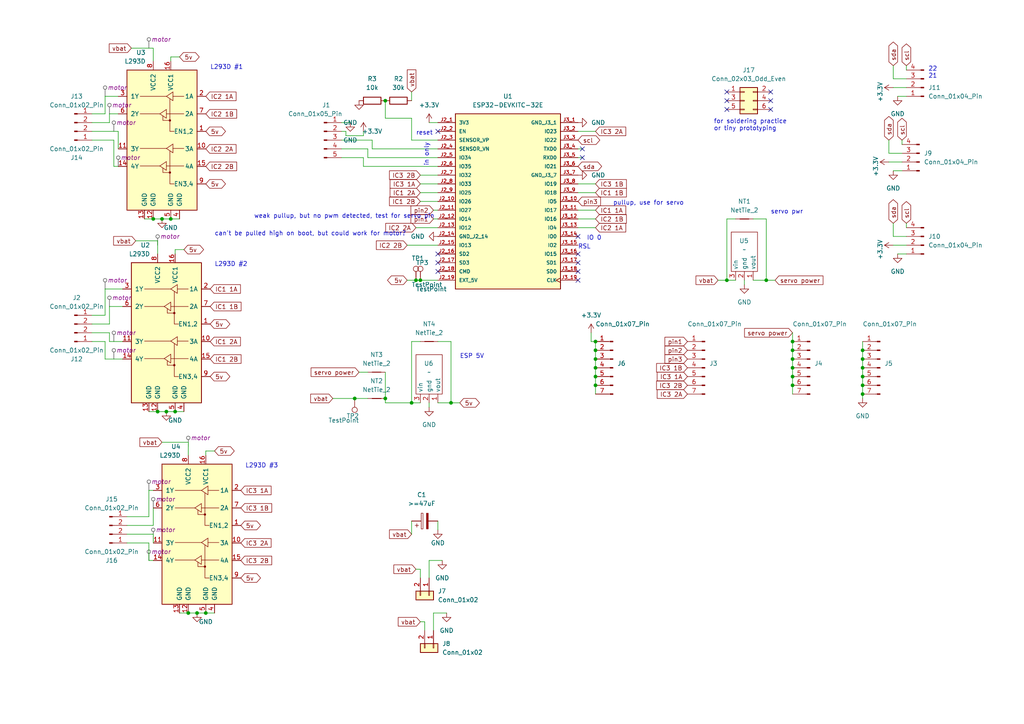
<source format=kicad_sch>
(kicad_sch (version 20230121) (generator eeschema)
  (paper "A4")
  (title_block (title "RCM V4") (rev "v1.1") (company "RCMGames"))
  (lib_symbols
    (symbol "Connector:Conn_01x02_Pin" (pin_names (offset 1.016) hide)
      (property "Reference" "J" (at 0 2.54 0))
      (property "Value" "Conn_01x02_Pin" (at 0 -5.08 0))
      (symbol "Conn_01x02_Pin_1_1"
        (polyline (pts (xy 1.27 -2.54) (xy 0.8636 -2.54)) (stroke (width 0.1524)))
        (polyline (pts (xy 1.27 0) (xy 0.8636 0)) (stroke (width 0.1524)))
        (rectangle (start 0.8636 -2.413) (end 0 -2.667) (stroke (width 0.1524)) (fill (type outline)))
        (rectangle (start 0.8636 0.127) (end 0 -0.127) (stroke (width 0.1524)) (fill (type outline)))
        (pin passive line (at 5.08 0 180) (length 3.81) (name "Pin_1") (number "1"))
        (pin passive line (at 5.08 -2.54 180) (length 3.81) (name "Pin_2") (number "2"))
      )
    )
    (symbol "Connector:Conn_01x04_Pin" (pin_names (offset 1.016) hide)
      (property "Reference" "J" (at 0 5.08 0))
      (property "Value" "Conn_01x04_Pin" (at 0 -7.62 0))
      (symbol "Conn_01x04_Pin_1_1"
        (polyline (pts (xy 1.27 -5.08) (xy 0.8636 -5.08)) (stroke (width 0.1524)))
        (polyline (pts (xy 1.27 -2.54) (xy 0.8636 -2.54)) (stroke (width 0.1524)))
        (polyline (pts (xy 1.27 0) (xy 0.8636 0)) (stroke (width 0.1524)))
        (polyline (pts (xy 1.27 2.54) (xy 0.8636 2.54)) (stroke (width 0.1524)))
        (rectangle (start 0.8636 -4.953) (end 0 -5.207) (stroke (width 0.1524)) (fill (type outline)))
        (rectangle (start 0.8636 -2.413) (end 0 -2.667) (stroke (width 0.1524)) (fill (type outline)))
        (rectangle (start 0.8636 0.127) (end 0 -0.127) (stroke (width 0.1524)) (fill (type outline)))
        (rectangle (start 0.8636 2.667) (end 0 2.413) (stroke (width 0.1524)) (fill (type outline)))
        (pin passive line (at 5.08 2.54 180) (length 3.81) (name "Pin_1") (number "1"))
        (pin passive line (at 5.08 0 180) (length 3.81) (name "Pin_2") (number "2"))
        (pin passive line (at 5.08 -2.54 180) (length 3.81) (name "Pin_3") (number "3"))
        (pin passive line (at 5.08 -5.08 180) (length 3.81) (name "Pin_4") (number "4"))
      )
    )
    (symbol "Connector:Conn_01x05_Pin" (pin_names (offset 1.016) hide)
      (property "Reference" "J" (at 0 7.62 0))
      (property "Value" "Conn_01x05_Pin" (at 0 -7.62 0))
      (symbol "Conn_01x05_Pin_1_1"
        (polyline (pts (xy 1.27 -5.08) (xy 0.8636 -5.08)) (stroke (width 0.1524)))
        (polyline (pts (xy 1.27 -2.54) (xy 0.8636 -2.54)) (stroke (width 0.1524)))
        (polyline (pts (xy 1.27 0) (xy 0.8636 0)) (stroke (width 0.1524)))
        (polyline (pts (xy 1.27 2.54) (xy 0.8636 2.54)) (stroke (width 0.1524)))
        (polyline (pts (xy 1.27 5.08) (xy 0.8636 5.08)) (stroke (width 0.1524)))
        (rectangle (start 0.8636 -4.953) (end 0 -5.207) (stroke (width 0.1524)) (fill (type outline)))
        (rectangle (start 0.8636 -2.413) (end 0 -2.667) (stroke (width 0.1524)) (fill (type outline)))
        (rectangle (start 0.8636 0.127) (end 0 -0.127) (stroke (width 0.1524)) (fill (type outline)))
        (rectangle (start 0.8636 2.667) (end 0 2.413) (stroke (width 0.1524)) (fill (type outline)))
        (rectangle (start 0.8636 5.207) (end 0 4.953) (stroke (width 0.1524)) (fill (type outline)))
        (pin passive line (at 5.08 5.08 180) (length 3.81) (name "Pin_1") (number "1"))
        (pin passive line (at 5.08 2.54 180) (length 3.81) (name "Pin_2") (number "2"))
        (pin passive line (at 5.08 0 180) (length 3.81) (name "Pin_3") (number "3"))
        (pin passive line (at 5.08 -2.54 180) (length 3.81) (name "Pin_4") (number "4"))
        (pin passive line (at 5.08 -5.08 180) (length 3.81) (name "Pin_5") (number "5"))
      )
    )
    (symbol "Connector:Conn_01x07_Pin" (pin_names (offset 1.016) hide)
      (property "Reference" "J" (at 0 10.16 0))
      (property "Value" "Conn_01x07_Pin" (at 0 -10.16 0))
      (symbol "Conn_01x07_Pin_1_1"
        (polyline (pts (xy 1.27 -7.62) (xy 0.8636 -7.62)) (stroke (width 0.1524)))
        (polyline (pts (xy 1.27 -5.08) (xy 0.8636 -5.08)) (stroke (width 0.1524)))
        (polyline (pts (xy 1.27 -2.54) (xy 0.8636 -2.54)) (stroke (width 0.1524)))
        (polyline (pts (xy 1.27 0) (xy 0.8636 0)) (stroke (width 0.1524)))
        (polyline (pts (xy 1.27 2.54) (xy 0.8636 2.54)) (stroke (width 0.1524)))
        (polyline (pts (xy 1.27 5.08) (xy 0.8636 5.08)) (stroke (width 0.1524)))
        (polyline (pts (xy 1.27 7.62) (xy 0.8636 7.62)) (stroke (width 0.1524)))
        (rectangle (start 0.8636 -7.493) (end 0 -7.747) (stroke (width 0.1524)) (fill (type outline)))
        (rectangle (start 0.8636 -4.953) (end 0 -5.207) (stroke (width 0.1524)) (fill (type outline)))
        (rectangle (start 0.8636 -2.413) (end 0 -2.667) (stroke (width 0.1524)) (fill (type outline)))
        (rectangle (start 0.8636 0.127) (end 0 -0.127) (stroke (width 0.1524)) (fill (type outline)))
        (rectangle (start 0.8636 2.667) (end 0 2.413) (stroke (width 0.1524)) (fill (type outline)))
        (rectangle (start 0.8636 5.207) (end 0 4.953) (stroke (width 0.1524)) (fill (type outline)))
        (rectangle (start 0.8636 7.747) (end 0 7.493) (stroke (width 0.1524)) (fill (type outline)))
        (pin passive line (at 5.08 7.62 180) (length 3.81) (name "Pin_1") (number "1"))
        (pin passive line (at 5.08 5.08 180) (length 3.81) (name "Pin_2") (number "2"))
        (pin passive line (at 5.08 2.54 180) (length 3.81) (name "Pin_3") (number "3"))
        (pin passive line (at 5.08 0 180) (length 3.81) (name "Pin_4") (number "4"))
        (pin passive line (at 5.08 -2.54 180) (length 3.81) (name "Pin_5") (number "5"))
        (pin passive line (at 5.08 -5.08 180) (length 3.81) (name "Pin_6") (number "6"))
        (pin passive line (at 5.08 -7.62 180) (length 3.81) (name "Pin_7") (number "7"))
      )
    )
    (symbol "Connector:TestPoint" (pin_numbers hide) (pin_names (offset 0.762) hide)
      (property "Reference" "TP" (at 0 6.858 0))
      (property "Value" "TestPoint" (at 0 5.08 0))
      (symbol "TestPoint_0_1"
        (circle (center 0 3.302) (radius 0.762))
      )
      (symbol "TestPoint_1_1"
        (pin passive line (at 0 0 90) (length 2.54) (name "1") (number "1"))
      )
    )
    (symbol "Connector_Generic:Conn_01x02" (pin_names (offset 1.016) hide)
      (property "Reference" "J" (at 0 2.54 0))
      (property "Value" "Conn_01x02" (at 0 -5.08 0))
      (symbol "Conn_01x02_1_1"
        (rectangle (start -1.27 -2.413) (end 0 -2.667) (stroke (width 0.1524)))
        (rectangle (start -1.27 0.127) (end 0 -0.127) (stroke (width 0.1524)))
        (rectangle (start -1.27 1.27) (end 1.27 -3.81) (stroke (width 0.254)) (fill (type background)))
        (pin passive line (at -5.08 0 0) (length 3.81) (name "Pin_1") (number "1"))
        (pin passive line (at -5.08 -2.54 0) (length 3.81) (name "Pin_2") (number "2"))
      )
    )
    (symbol "Connector_Generic:Conn_02x03_Odd_Even" (pin_names (offset 1.016) hide)
      (property "Reference" "J" (at 1.27 5.08 0))
      (property "Value" "Conn_02x03_Odd_Even" (at 1.27 -5.08 0))
      (symbol "Conn_02x03_Odd_Even_1_1"
        (rectangle (start -1.27 -2.413) (end 0 -2.667) (stroke (width 0.1524)))
        (rectangle (start -1.27 0.127) (end 0 -0.127) (stroke (width 0.1524)))
        (rectangle (start -1.27 2.667) (end 0 2.413) (stroke (width 0.1524)))
        (rectangle (start -1.27 3.81) (end 3.81 -3.81) (stroke (width 0.254)) (fill (type background)))
        (rectangle (start 3.81 -2.413) (end 2.54 -2.667) (stroke (width 0.1524)))
        (rectangle (start 3.81 0.127) (end 2.54 -0.127) (stroke (width 0.1524)))
        (rectangle (start 3.81 2.667) (end 2.54 2.413) (stroke (width 0.1524)))
        (pin passive line (at -5.08 2.54 0) (length 3.81) (name "Pin_1") (number "1"))
        (pin passive line (at 7.62 2.54 180) (length 3.81) (name "Pin_2") (number "2"))
        (pin passive line (at -5.08 0 0) (length 3.81) (name "Pin_3") (number "3"))
        (pin passive line (at 7.62 0 180) (length 3.81) (name "Pin_4") (number "4"))
        (pin passive line (at -5.08 -2.54 0) (length 3.81) (name "Pin_5") (number "5"))
        (pin passive line (at 7.62 -2.54 180) (length 3.81) (name "Pin_6") (number "6"))
      )
    )
    (symbol "Device:C_Polarized" (pin_numbers hide) (pin_names (offset 0.254))
      (property "Reference" "C" (at 0.635 2.54 0))
      (property "Value" "C_Polarized" (at 0.635 -2.54 0))
      (symbol "C_Polarized_0_1"
        (rectangle (start -2.286 0.508) (end 2.286 1.016))
        (polyline (pts (xy -1.778 2.286) (xy -0.762 2.286)))
        (polyline (pts (xy -1.27 2.794) (xy -1.27 1.778)))
        (rectangle (start 2.286 -0.508) (end -2.286 -1.016) (fill (type outline)))
      )
      (symbol "C_Polarized_1_1"
        (pin passive line (at 0 3.81 270) (length 2.794) (name "~") (number "1"))
        (pin passive line (at 0 -3.81 90) (length 2.794) (name "~") (number "2"))
      )
    )
    (symbol "Device:NetTie_2" (pin_numbers hide) (pin_names (offset 0) hide) (in_bom no)
      (property "Reference" "NT" (at 0 1.27 0))
      (property "Value" "NetTie_2" (at 0 -1.27 0))
      (symbol "NetTie_2_0_1"
        (polyline (pts (xy -1.27 0) (xy 1.27 0)) (stroke (width 0.254)))
      )
      (symbol "NetTie_2_1_1"
        (pin passive line (at -2.54 0 0) (length 2.54) (name "1") (number "1"))
        (pin passive line (at 2.54 0 180) (length 2.54) (name "2") (number "2"))
      )
    )
    (symbol "Device:R" (pin_numbers hide) (pin_names (offset 0))
      (property "Reference" "R" (at 2.032 0 90))
      (property "Value" "R" (at 0 0 90))
      (symbol "R_0_1"
        (rectangle (start -1.016 -2.54) (end 1.016 2.54) (stroke (width 0.254)))
      )
      (symbol "R_1_1"
        (pin passive line (at 0 3.81 270) (length 1.27) (name "~") (number "1"))
        (pin passive line (at 0 -3.81 90) (length 1.27) (name "~") (number "2"))
      )
    )
    (symbol "Driver_Motor:L293D" (pin_names (offset 1.016))
      (property "Reference" "U" (at -5.08 26.035 0))
      (property "Value" "L293D" (at -5.08 24.13 0))
      (symbol "L293D_0_1"
        (rectangle (start -10.16 22.86) (end 10.16 -17.78) (stroke (width 0.254)) (fill (type background)))
        (circle (center -2.286 -6.858) (radius 0.254) (fill (type outline)))
        (circle (center -2.286 8.255) (radius 0.254) (fill (type outline)))
        (polyline (pts (xy -6.35 -4.953) (xy -1.27 -4.953)))
        (polyline (pts (xy -6.35 0.127) (xy -3.175 0.127)))
        (polyline (pts (xy -6.35 10.16) (xy -1.27 10.16)))
        (polyline (pts (xy -6.35 15.24) (xy -3.175 15.24)))
        (polyline (pts (xy -1.27 0.127) (xy 6.35 0.127)))
        (polyline (pts (xy -1.27 15.24) (xy 6.35 15.24)))
        (polyline (pts (xy 0.635 -4.953) (xy 6.35 -4.953)))
        (polyline (pts (xy 0.635 10.16) (xy 6.35 10.16)))
        (polyline (pts (xy -2.286 -6.858) (xy -0.254 -6.858) (xy -0.254 -5.588)))
        (polyline (pts (xy -2.286 -0.635) (xy -2.286 -10.16) (xy -3.556 -10.16)))
        (polyline (pts (xy -2.286 8.255) (xy -0.254 8.255) (xy -0.254 9.525)))
        (polyline (pts (xy -2.286 14.478) (xy -2.286 5.08) (xy -3.556 5.08)))
        (polyline (pts (xy -3.175 1.397) (xy -3.175 -1.143) (xy -1.27 0.127) (xy -3.175 1.397)))
        (polyline (pts (xy -3.175 16.51) (xy -3.175 13.97) (xy -1.27 15.24) (xy -3.175 16.51)))
        (polyline (pts (xy -1.27 -3.683) (xy -1.27 -6.223) (xy 0.635 -4.953) (xy -1.27 -3.683)))
        (polyline (pts (xy -1.27 11.43) (xy -1.27 8.89) (xy 0.635 10.16) (xy -1.27 11.43)))
      )
      (symbol "L293D_1_1"
        (pin input line (at -12.7 5.08 0) (length 2.54) (name "EN1,2") (number "1"))
        (pin input line (at -12.7 0 0) (length 2.54) (name "3A") (number "10"))
        (pin output line (at 12.7 0 180) (length 2.54) (name "3Y") (number "11"))
        (pin power_in line (at 2.54 -20.32 90) (length 2.54) (name "GND") (number "12"))
        (pin power_in line (at 5.08 -20.32 90) (length 2.54) (name "GND") (number "13"))
        (pin output line (at 12.7 -5.08 180) (length 2.54) (name "4Y") (number "14"))
        (pin input line (at -12.7 -5.08 0) (length 2.54) (name "4A") (number "15"))
        (pin power_in line (at -2.54 25.4 270) (length 2.54) (name "VCC1") (number "16"))
        (pin input line (at -12.7 15.24 0) (length 2.54) (name "1A") (number "2"))
        (pin output line (at 12.7 15.24 180) (length 2.54) (name "1Y") (number "3"))
        (pin power_in line (at -5.08 -20.32 90) (length 2.54) (name "GND") (number "4"))
        (pin power_in line (at -2.54 -20.32 90) (length 2.54) (name "GND") (number "5"))
        (pin output line (at 12.7 10.16 180) (length 2.54) (name "2Y") (number "6"))
        (pin input line (at -12.7 10.16 0) (length 2.54) (name "2A") (number "7"))
        (pin power_in line (at 2.54 25.4 270) (length 2.54) (name "VCC2") (number "8"))
        (pin input line (at -12.7 -10.16 0) (length 2.54) (name "EN3,4") (number "9"))
      )
    )
    (symbol "power:+3.3V" (power) (pin_names (offset 0))
      (property "Value" "+3.3V" (at 0 3.556 0))
      (symbol "+3.3V_0_1"
        (polyline (pts (xy -0.762 1.27) (xy 0 2.54)))
        (polyline (pts (xy 0 0) (xy 0 2.54)))
        (polyline (pts (xy 0 2.54) (xy 0.762 1.27)))
      )
      (symbol "+3.3V_1_1"
        (pin power_in line (at 0 0 90) (length 0) hide (name "+3.3V") (number "1"))
      )
    )
    (symbol "power:GND" (power) (pin_names (offset 0))
      (property "Value" "GND" (at 0 -3.81 0))
      (symbol "GND_0_1"
        (polyline (pts (xy 0 0) (xy 0 -1.27) (xy 1.27 -1.27) (xy 0 -2.54) (xy -1.27 -1.27) (xy 0 -1.27)))
      )
      (symbol "GND_1_1"
        (pin power_in line (at 0 0 270) (length 0) hide (name "GND") (number "1"))
      )
    )
    (symbol "projectLib:ESP32-DEVKITC-32E" (pin_names (offset 1.016))
      (property "Reference" "U" (at -15.24 26.162 0))
      (property "Value" "ESP32-DEVKITC-32E" (at -15.24 -27.94 0))
      (symbol "ESP32-DEVKITC-32E_0_0"
        (rectangle (start -15.24 25.4) (end 15.24 -25.4) (stroke (width 0.254)) (fill (type background)))
        (pin power_in line (at -20.32 22.86 0) (length 5.08) (name "3V3") (number "J2_1"))
        (pin bidirectional line (at -20.32 0 0) (length 5.08) (name "IO26") (number "J2_10"))
        (pin bidirectional line (at -20.32 -2.54 0) (length 5.08) (name "IO27") (number "J2_11"))
        (pin bidirectional line (at -20.32 -5.08 0) (length 5.08) (name "IO14") (number "J2_12"))
        (pin bidirectional line (at -20.32 -7.62 0) (length 5.08) (name "IO12") (number "J2_13"))
        (pin power_in line (at -20.32 -10.16 0) (length 5.08) (name "GND_J2_14") (number "J2_14"))
        (pin bidirectional line (at -20.32 -12.7 0) (length 5.08) (name "IO13") (number "J2_15"))
        (pin bidirectional line (at -20.32 -15.24 0) (length 5.08) (name "SD2") (number "J2_16"))
        (pin bidirectional line (at -20.32 -17.78 0) (length 5.08) (name "SD3") (number "J2_17"))
        (pin bidirectional line (at -20.32 -20.32 0) (length 5.08) (name "CMD") (number "J2_18"))
        (pin power_in line (at -20.32 -22.86 0) (length 5.08) (name "EXT_5V") (number "J2_19"))
        (pin input line (at -20.32 20.32 0) (length 5.08) (name "EN") (number "J2_2"))
        (pin bidirectional line (at -20.32 17.78 0) (length 5.08) (name "SENSOR_VP") (number "J2_3"))
        (pin bidirectional line (at -20.32 15.24 0) (length 5.08) (name "SENSOR_VN") (number "J2_4"))
        (pin bidirectional line (at -20.32 12.7 0) (length 5.08) (name "IO34") (number "J2_5"))
        (pin bidirectional line (at -20.32 10.16 0) (length 5.08) (name "IO35") (number "J2_6"))
        (pin bidirectional line (at -20.32 7.62 0) (length 5.08) (name "IO32") (number "J2_7"))
        (pin bidirectional line (at -20.32 5.08 0) (length 5.08) (name "IO33") (number "J2_8"))
        (pin bidirectional line (at -20.32 2.54 0) (length 5.08) (name "IO25") (number "J2_9"))
        (pin power_in line (at 20.32 22.86 180) (length 5.08) (name "GND_J3_1") (number "J3_1"))
        (pin bidirectional line (at 20.32 0 180) (length 5.08) (name "IO5") (number "J3_10"))
        (pin bidirectional line (at 20.32 -2.54 180) (length 5.08) (name "IO17") (number "J3_11"))
        (pin bidirectional line (at 20.32 -5.08 180) (length 5.08) (name "IO16") (number "J3_12"))
        (pin bidirectional line (at 20.32 -7.62 180) (length 5.08) (name "IO4") (number "J3_13"))
        (pin bidirectional line (at 20.32 -10.16 180) (length 5.08) (name "IO0") (number "J3_14"))
        (pin bidirectional line (at 20.32 -12.7 180) (length 5.08) (name "IO2") (number "J3_15"))
        (pin bidirectional line (at 20.32 -15.24 180) (length 5.08) (name "IO15") (number "J3_16"))
        (pin bidirectional line (at 20.32 -17.78 180) (length 5.08) (name "SD1") (number "J3_17"))
        (pin bidirectional line (at 20.32 -20.32 180) (length 5.08) (name "SD0") (number "J3_18"))
        (pin bidirectional clock (at 20.32 -22.86 180) (length 5.08) (name "CLK") (number "J3_19"))
        (pin bidirectional line (at 20.32 20.32 180) (length 5.08) (name "IO23") (number "J3_2"))
        (pin bidirectional line (at 20.32 17.78 180) (length 5.08) (name "IO22") (number "J3_3"))
        (pin bidirectional line (at 20.32 15.24 180) (length 5.08) (name "TXD0") (number "J3_4"))
        (pin bidirectional line (at 20.32 12.7 180) (length 5.08) (name "RXD0") (number "J3_5"))
        (pin bidirectional line (at 20.32 10.16 180) (length 5.08) (name "IO21") (number "J3_6"))
        (pin power_in line (at 20.32 7.62 180) (length 5.08) (name "GND_J3_7") (number "J3_7"))
        (pin bidirectional line (at 20.32 5.08 180) (length 5.08) (name "IO19") (number "J3_8"))
        (pin bidirectional line (at 20.32 2.54 180) (length 5.08) (name "IO18") (number "J3_9"))
      )
    )
    (symbol "projectLib:pololu"
      (property "Reference" "U" (at 0 0 0))
      (symbol "pololu_0_1"
        (rectangle (start -3.81 5.08) (end 3.81 -6.35))
      )
      (symbol "pololu_1_1"
        (pin power_out line (at -2.54 -8.89 90) (length 2.54) (name "vout") (number "1"))
        (pin power_in line (at 0 -8.89 90) (length 2.54) (name "gnd") (number "2"))
        (pin power_in line (at 2.54 -8.89 90) (length 2.54) (name "vin") (number "3"))
      )
    )
  )
  (junction (at 44.45 63.5))
  (junction (at 45.72 119.38))
  (junction (at 111.76 115.57))
  (junction (at 120.65 81.28))
  (junction (at 229.87 106.68))
  (junction (at 50.8 119.38))
  (junction (at 49.53 63.5))
  (junction (at 172.72 101.6))
  (junction (at 229.87 109.22))
  (junction (at 250.19 106.68))
  (junction (at 172.72 104.14))
  (junction (at 130.81 116.84))
  (junction (at 57.15 177.8))
  (junction (at 119.38 116.84))
  (junction (at 172.72 111.76))
  (junction (at 48.26 119.38))
  (junction (at 59.69 177.8))
  (junction (at 229.87 111.76))
  (junction (at 172.72 106.68))
  (junction (at 210.82 81.28))
  (junction (at 172.72 109.22))
  (junction (at 229.87 104.14))
  (junction (at 250.19 101.6))
  (junction (at 102.87 115.57))
  (junction (at 250.19 109.22))
  (junction (at 46.99 63.5))
  (junction (at 222.25 81.28))
  (junction (at 172.72 99.06))
  (junction (at 111.76 29.21))
  (junction (at 229.87 99.06))
  (junction (at 250.19 104.14))
  (junction (at 54.61 177.8))
  (junction (at 229.87 101.6))
  (junction (at 250.19 114.3))
  (junction (at 250.19 111.76))
  (junction (at 121.92 81.28))
  (no_connect (at 127 38.1))
  (no_connect (at 168.91 45.72))
  (no_connect (at 223.52 26.67))
  (no_connect (at 127 78.74))
  (no_connect (at 167.64 81.28))
  (no_connect (at 223.52 31.75))
  (no_connect (at 168.91 43.18))
  (no_connect (at 127 76.2))
  (no_connect (at 167.64 76.2))
  (no_connect (at 210.82 31.75))
  (no_connect (at 167.64 68.58))
  (no_connect (at 167.64 78.74))
  (no_connect (at 167.64 73.66))
  (no_connect (at 127 73.66))
  (no_connect (at 210.82 26.67))
  (no_connect (at 210.82 29.21))
  (no_connect (at 223.52 29.21))
  (wire (pts (xy 43.18 162.56) (xy 43.18 157.48)))
  (wire (pts (xy 130.81 99.06) (xy 130.81 116.84)))
  (wire (pts (xy 99.06 40.64) (xy 107.95 40.64)))
  (wire (pts (xy 130.81 116.84) (xy 127 116.84)))
  (wire (pts (xy 250.19 111.76) (xy 250.19 114.3)))
  (wire (pts (xy 30.48 91.44) (xy 30.48 83.82)))
  (wire (pts (xy 259.08 71.12) (xy 262.89 71.12)))
  (wire (pts (xy 36.83 157.48) (xy 43.18 157.48)))
  (wire (pts (xy 33.02 48.26) (xy 34.29 48.26)))
  (wire (pts (xy 36.83 149.86) (xy 43.18 149.86)))
  (wire (pts (xy 133.35 116.84) (xy 130.81 116.84)))
  (wire (pts (xy 57.15 177.8) (xy 59.69 177.8)))
  (wire (pts (xy 44.45 13.97) (xy 38.1 13.97)))
  (wire (pts (xy 119.38 40.64) (xy 127 40.64)))
  (wire (pts (xy 44.45 154.94) (xy 44.45 157.48)))
  (wire (pts (xy 259.08 25.4) (xy 262.89 25.4)))
  (wire (pts (xy 167.64 63.5) (xy 172.72 63.5)))
  (wire (pts (xy 167.64 43.18) (xy 168.91 43.18)))
  (wire (pts (xy 172.72 104.14) (xy 172.72 106.68)))
  (wire (pts (xy 62.23 130.81) (xy 59.69 130.81)))
  (wire (pts (xy 172.72 99.06) (xy 172.72 101.6)))
  (wire (pts (xy 119.38 116.84) (xy 121.92 116.84)))
  (wire (pts (xy 39.37 69.85) (xy 45.72 69.85)))
  (wire (pts (xy 111.76 107.95) (xy 111.76 115.57)))
  (wire (pts (xy 30.48 99.06) (xy 26.67 99.06)))
  (wire (pts (xy 229.87 111.76) (xy 229.87 114.3)))
  (wire (pts (xy 121.92 81.28) (xy 127 81.28)))
  (wire (pts (xy 218.44 63.5) (xy 222.25 63.5)))
  (wire (pts (xy 44.45 162.56) (xy 43.18 162.56)))
  (wire (pts (xy 124.46 35.56) (xy 127 35.56)))
  (wire (pts (xy 250.19 99.06) (xy 250.19 101.6)))
  (wire (pts (xy 120.65 66.04) (xy 127 66.04)))
  (wire (pts (xy 30.48 27.94) (xy 30.48 33.02)))
  (wire (pts (xy 172.72 60.96) (xy 167.64 60.96)))
  (wire (pts (xy 45.72 69.85) (xy 45.72 73.66)))
  (wire (pts (xy 26.67 91.44) (xy 30.48 91.44)))
  (wire (pts (xy 259.08 64.77) (xy 259.08 68.58)))
  (wire (pts (xy 106.68 45.72) (xy 127 45.72)))
  (wire (pts (xy 45.72 119.38) (xy 48.26 119.38)))
  (wire (pts (xy 121.92 55.88) (xy 127 55.88)))
  (wire (pts (xy 250.19 104.14) (xy 250.19 106.68)))
  (wire (pts (xy 208.28 81.28) (xy 210.82 81.28)))
  (wire (pts (xy 52.07 16.51) (xy 49.53 16.51)))
  (wire (pts (xy 229.87 106.68) (xy 229.87 109.22)))
  (wire (pts (xy 210.82 63.5) (xy 210.82 81.28)))
  (wire (pts (xy 171.45 96.52) (xy 171.45 99.06)))
  (wire (pts (xy 121.92 50.8) (xy 127 50.8)))
  (wire (pts (xy 102.87 115.57) (xy 106.68 115.57)))
  (wire (pts (xy 106.68 107.95) (xy 104.14 107.95)))
  (wire (pts (xy 123.19 180.34) (xy 121.92 180.34)))
  (wire (pts (xy 213.36 63.5) (xy 210.82 63.5)))
  (wire (pts (xy 100.33 39.37) (xy 100.33 38.1)))
  (wire (pts (xy 44.45 147.32) (xy 44.45 152.4)))
  (wire (pts (xy 120.65 81.28) (xy 121.92 81.28)))
  (wire (pts (xy 30.48 33.02) (xy 26.67 33.02)))
  (wire (pts (xy 34.29 27.94) (xy 30.48 27.94)))
  (wire (pts (xy 107.95 43.18) (xy 127 43.18)))
  (wire (pts (xy 31.75 96.52) (xy 26.67 96.52)))
  (wire (pts (xy 167.64 55.88) (xy 172.72 55.88)))
  (wire (pts (xy 105.41 48.26) (xy 127 48.26)))
  (wire (pts (xy 261.62 40.64) (xy 261.62 41.91)))
  (wire (pts (xy 53.34 72.39) (xy 50.8 72.39)))
  (wire (pts (xy 49.53 16.51) (xy 49.53 17.78)))
  (wire (pts (xy 125.73 63.5) (xy 127 63.5)))
  (wire (pts (xy 119.38 26.67) (xy 119.38 29.21)))
  (wire (pts (xy 125.73 177.8) (xy 129.54 177.8)))
  (wire (pts (xy 167.64 66.04) (xy 172.72 66.04)))
  (wire (pts (xy 262.89 19.05) (xy 262.89 20.32)))
  (wire (pts (xy 43.18 149.86) (xy 43.18 142.24)))
  (wire (pts (xy 119.38 99.06) (xy 119.38 116.84)))
  (wire (pts (xy 54.61 177.8) (xy 57.15 177.8)))
  (wire (pts (xy 26.67 40.64) (xy 33.02 40.64)))
  (wire (pts (xy 124.46 118.11) (xy 124.46 116.84)))
  (wire (pts (xy 229.87 104.14) (xy 229.87 106.68)))
  (wire (pts (xy 172.72 101.6) (xy 172.72 104.14)))
  (wire (pts (xy 105.41 48.26) (xy 105.41 45.72)))
  (wire (pts (xy 43.18 142.24) (xy 44.45 142.24)))
  (wire (pts (xy 35.56 88.9) (xy 31.75 88.9)))
  (wire (pts (xy 31.75 88.9) (xy 31.75 93.98)))
  (wire (pts (xy 259.08 49.53) (xy 261.62 49.53)))
  (wire (pts (xy 167.64 38.1) (xy 172.72 38.1)))
  (wire (pts (xy 31.75 33.02) (xy 34.29 33.02)))
  (wire (pts (xy 35.56 104.14) (xy 30.48 104.14)))
  (wire (pts (xy 125.73 60.96) (xy 127 60.96)))
  (wire (pts (xy 127 153.67) (xy 127 151.13)))
  (wire (pts (xy 34.29 38.1) (xy 26.67 38.1)))
  (wire (pts (xy 44.45 17.78) (xy 44.45 13.97)))
  (wire (pts (xy 172.72 106.68) (xy 172.72 109.22)))
  (wire (pts (xy 36.83 154.94) (xy 44.45 154.94)))
  (wire (pts (xy 123.19 182.88) (xy 123.19 180.34)))
  (wire (pts (xy 124.46 162.56) (xy 128.27 162.56)))
  (wire (pts (xy 31.75 35.56) (xy 31.75 33.02)))
  (wire (pts (xy 50.8 119.38) (xy 53.34 119.38)))
  (wire (pts (xy 229.87 99.06) (xy 229.87 101.6)))
  (wire (pts (xy 229.87 96.52) (xy 229.87 99.06)))
  (wire (pts (xy 31.75 99.06) (xy 31.75 96.52)))
  (wire (pts (xy 99.06 43.18) (xy 106.68 43.18)))
  (wire (pts (xy 99.06 35.56) (xy 101.6 35.56)))
  (wire (pts (xy 257.81 40.64) (xy 257.81 44.45)))
  (wire (pts (xy 250.19 115.57) (xy 250.19 114.3)))
  (wire (pts (xy 121.92 167.64) (xy 121.92 165.1)))
  (wire (pts (xy 26.67 35.56) (xy 31.75 35.56)))
  (wire (pts (xy 260.35 27.94) (xy 262.89 27.94)))
  (wire (pts (xy 215.9 82.55) (xy 215.9 81.28)))
  (wire (pts (xy 111.76 34.29) (xy 111.76 29.21)))
  (wire (pts (xy 121.92 53.34) (xy 127 53.34)))
  (wire (pts (xy 222.25 81.28) (xy 218.44 81.28)))
  (wire (pts (xy 46.99 63.5) (xy 49.53 63.5)))
  (wire (pts (xy 48.26 119.38) (xy 50.8 119.38)))
  (wire (pts (xy 30.48 104.14) (xy 30.48 99.06)))
  (wire (pts (xy 31.75 93.98) (xy 26.67 93.98)))
  (wire (pts (xy 111.76 116.84) (xy 119.38 116.84)))
  (wire (pts (xy 54.61 132.08) (xy 54.61 128.27)))
  (wire (pts (xy 250.19 101.6) (xy 250.19 104.14)))
  (wire (pts (xy 100.33 39.37) (xy 105.41 39.37)))
  (wire (pts (xy 260.35 73.66) (xy 262.89 73.66)))
  (wire (pts (xy 52.07 177.8) (xy 54.61 177.8)))
  (wire (pts (xy 111.76 115.57) (xy 111.76 116.84)))
  (wire (pts (xy 259.08 22.86) (xy 262.89 22.86)))
  (wire (pts (xy 259.08 68.58) (xy 262.89 68.58)))
  (wire (pts (xy 257.81 46.99) (xy 261.62 46.99)))
  (wire (pts (xy 121.92 99.06) (xy 119.38 99.06)))
  (wire (pts (xy 35.56 99.06) (xy 31.75 99.06)))
  (wire (pts (xy 107.95 43.18) (xy 107.95 40.64)))
  (wire (pts (xy 96.52 115.57) (xy 102.87 115.57)))
  (wire (pts (xy 222.25 63.5) (xy 222.25 81.28)))
  (wire (pts (xy 118.11 81.28) (xy 120.65 81.28)))
  (wire (pts (xy 59.69 177.8) (xy 62.23 177.8)))
  (wire (pts (xy 44.45 63.5) (xy 46.99 63.5)))
  (wire (pts (xy 259.08 19.05) (xy 259.08 22.86)))
  (wire (pts (xy 50.8 72.39) (xy 50.8 73.66)))
  (wire (pts (xy 250.19 106.68) (xy 250.19 109.22)))
  (wire (pts (xy 59.69 130.81) (xy 59.69 132.08)))
  (wire (pts (xy 171.45 99.06) (xy 172.72 99.06)))
  (wire (pts (xy 41.91 63.5) (xy 44.45 63.5)))
  (wire (pts (xy 106.68 43.18) (xy 106.68 45.72)))
  (wire (pts (xy 49.53 63.5) (xy 52.07 63.5)))
  (wire (pts (xy 105.41 45.72) (xy 99.06 45.72)))
  (wire (pts (xy 121.92 58.42) (xy 127 58.42)))
  (wire (pts (xy 111.76 34.29) (xy 119.38 34.29)))
  (wire (pts (xy 34.29 43.18) (xy 34.29 38.1)))
  (wire (pts (xy 33.02 40.64) (xy 33.02 48.26)))
  (wire (pts (xy 167.64 45.72) (xy 168.91 45.72)))
  (wire (pts (xy 229.87 109.22) (xy 229.87 111.76)))
  (wire (pts (xy 125.73 182.88) (xy 125.73 177.8)))
  (wire (pts (xy 172.72 109.22) (xy 172.72 111.76)))
  (wire (pts (xy 172.72 111.76) (xy 172.72 114.3)))
  (wire (pts (xy 210.82 81.28) (xy 213.36 81.28)))
  (wire (pts (xy 124.46 167.64) (xy 124.46 162.56)))
  (wire (pts (xy 262.89 64.77) (xy 262.89 66.04)))
  (wire (pts (xy 105.41 39.37) (xy 105.41 38.1)))
  (wire (pts (xy 30.48 83.82) (xy 35.56 83.82)))
  (wire (pts (xy 167.64 53.34) (xy 172.72 53.34)))
  (wire (pts (xy 224.79 81.28) (xy 222.25 81.28)))
  (wire (pts (xy 257.81 44.45) (xy 261.62 44.45)))
  (wire (pts (xy 100.33 38.1) (xy 99.06 38.1)))
  (wire (pts (xy 119.38 154.94) (xy 119.38 151.13)))
  (wire (pts (xy 229.87 101.6) (xy 229.87 104.14)))
  (wire (pts (xy 36.83 152.4) (xy 44.45 152.4)))
  (wire (pts (xy 121.92 165.1) (xy 120.65 165.1)))
  (wire (pts (xy 54.61 128.27) (xy 46.99 128.27)))
  (wire (pts (xy 119.38 40.64) (xy 119.38 34.29)))
  (wire (pts (xy 43.18 119.38) (xy 45.72 119.38)))
  (wire (pts (xy 250.19 109.22) (xy 250.19 111.76)))
  (wire (pts (xy 118.11 71.12) (xy 127 71.12)))
  (wire (pts (xy 127 99.06) (xy 130.81 99.06)))
  (text "weak pullup, but no pwm detected, test for servo pin" (at 73.66 63.5 0) (effects (font (size 1.27 1.27)) (justify left bottom)))
  (text "in only" (at 124.46 48.26 90) (effects (font (size 1.27 1.27)) (justify left bottom)))
  (text "L293D #3\n" (at 71.12 135.89 0) (effects (font (size 1.27 1.27)) (justify left bottom)))
  (text "servo pwr\n" (at 223.52 62.23 0) (effects (font (size 1.27 1.27)) (justify left bottom)))
  (text "for soldering practice\nor tiny prototyping" (at 207.01 38.1 0) (effects (font (size 1.27 1.27)) (justify left bottom)))
  (text "RSL\n" (at 167.64 72.39 0) (effects (font (size 1.27 1.27)) (justify left bottom)))
  (text "L293D #2\n" (at 62.23 77.47 0) (effects (font (size 1.27 1.27)) (justify left bottom)))
  (text "22\n21\n" (at 269.24 22.86 0) (effects (font (size 1.27 1.27)) (justify left bottom)))
  (text "ESP 5V" (at 133.35 104.14 0) (effects (font (size 1.27 1.27)) (justify left bottom)))
  (text "can't be pulled high on boot, but could work for motor?" (at 62.23 68.58 0) (effects (font (size 1.27 1.27)) (justify left bottom)))
  (text "reset" (at 120.65 39.37 0) (effects (font (size 1.27 1.27)) (justify left bottom)))
  (text "L293D #1\n" (at 60.96 20.32 0) (effects (font (size 1.27 1.27)) (justify left bottom)))
  (text "IO 0\n" (at 170.18 69.85 0) (effects (font (size 1.27 1.27)) (justify left bottom)))
  (text "pullup, use for servo" (at 177.8 59.69 0) (effects (font (size 1.27 1.27)) (justify left bottom)))
  (global_label "IC1 1B" (shape input) (at 60.96 88.9 0) (property "Intersheetrefs" "${INTERSHEET_REFS}" (effects hide)))
  (global_label "IC2 1A" (shape input) (at 59.69 27.94 0) (property "Intersheetrefs" "${INTERSHEET_REFS}" (effects hide)))
  (global_label "IC3 1B" (shape input) (at 172.72 53.34 0) (property "Intersheetrefs" "${INTERSHEET_REFS}" (effects hide)))
  (global_label "IC3 2A" (shape input) (at 69.85 157.48 0) (property "Intersheetrefs" "${INTERSHEET_REFS}" (effects hide)))
  (global_label "IC3 2A" (shape input) (at 199.39 114.3 180) (property "Intersheetrefs" "${INTERSHEET_REFS}" (effects hide)))
  (global_label "5v" (shape bidirectional) (at 60.96 93.98 0) (property "Intersheetrefs" "${INTERSHEET_REFS}" (effects hide)))
  (global_label "5v" (shape bidirectional) (at 53.34 72.39 0) (property "Intersheetrefs" "${INTERSHEET_REFS}" (effects hide)))
  (global_label "vbat" (shape input) (at 39.37 69.85 180) (property "Intersheetrefs" "${INTERSHEET_REFS}" (effects hide)))
  (global_label "servo power" (shape input) (at 229.87 96.52 180) (property "Intersheetrefs" "${INTERSHEET_REFS}" (effects hide)))
  (global_label "IC1 2B" (shape input) (at 121.92 58.42 180) (property "Intersheetrefs" "${INTERSHEET_REFS}" (effects hide)))
  (global_label "IC1 2A" (shape input) (at 121.92 55.88 180) (property "Intersheetrefs" "${INTERSHEET_REFS}" (effects hide)))
  (global_label "5v" (shape bidirectional) (at 69.85 167.64 0) (property "Intersheetrefs" "${INTERSHEET_REFS}" (effects hide)))
  (global_label "IC3 2B" (shape input) (at 121.92 50.8 180) (property "Intersheetrefs" "${INTERSHEET_REFS}" (effects hide)))
  (global_label "scl" (shape bidirectional) (at 262.89 19.05 90) (property "Intersheetrefs" "${INTERSHEET_REFS}" (effects hide)))
  (global_label "IC2 2B" (shape input) (at 59.69 48.26 0) (property "Intersheetrefs" "${INTERSHEET_REFS}" (effects hide)))
  (global_label "sda" (shape bidirectional) (at 259.08 64.77 90) (property "Intersheetrefs" "${INTERSHEET_REFS}" (effects hide)))
  (global_label "IC3 2B" (shape input) (at 69.85 162.56 0) (property "Intersheetrefs" "${INTERSHEET_REFS}" (effects hide)))
  (global_label "scl" (shape bidirectional) (at 261.62 40.64 90) (property "Intersheetrefs" "${INTERSHEET_REFS}" (effects hide)))
  (global_label "sda" (shape bidirectional) (at 167.64 48.26 0) (property "Intersheetrefs" "${INTERSHEET_REFS}" (effects hide)))
  (global_label "servo power" (shape input) (at 224.79 81.28 0) (property "Intersheetrefs" "${INTERSHEET_REFS}" (effects hide)))
  (global_label "vbat" (shape input) (at 121.92 180.34 180) (property "Intersheetrefs" "${INTERSHEET_REFS}" (effects hide)))
  (global_label "IC1 2A" (shape input) (at 60.96 99.06 0) (property "Intersheetrefs" "${INTERSHEET_REFS}" (effects hide)))
  (global_label "IC3 1A" (shape input) (at 69.85 142.24 0) (property "Intersheetrefs" "${INTERSHEET_REFS}" (effects hide)))
  (global_label "scl" (shape bidirectional) (at 167.64 40.64 0) (property "Intersheetrefs" "${INTERSHEET_REFS}" (effects hide)))
  (global_label "vbat" (shape input) (at 120.65 165.1 180) (property "Intersheetrefs" "${INTERSHEET_REFS}" (effects hide)))
  (global_label "IC3 2A" (shape input) (at 172.72 38.1 0) (property "Intersheetrefs" "${INTERSHEET_REFS}" (effects hide)))
  (global_label "5v" (shape bidirectional) (at 69.85 152.4 0) (property "Intersheetrefs" "${INTERSHEET_REFS}" (effects hide)))
  (global_label "IC2 1B" (shape input) (at 59.69 33.02 0) (property "Intersheetrefs" "${INTERSHEET_REFS}" (effects hide)))
  (global_label "sda" (shape bidirectional) (at 257.81 40.64 90) (property "Intersheetrefs" "${INTERSHEET_REFS}" (effects hide)))
  (global_label "IC1 1B" (shape input) (at 172.72 55.88 0) (property "Intersheetrefs" "${INTERSHEET_REFS}" (effects hide)))
  (global_label "5v" (shape bidirectional) (at 59.69 38.1 0) (property "Intersheetrefs" "${INTERSHEET_REFS}" (effects hide)))
  (global_label "IC3 2B" (shape input) (at 199.39 111.76 180) (property "Intersheetrefs" "${INTERSHEET_REFS}" (effects hide)))
  (global_label "5v" (shape bidirectional) (at 118.11 81.28 180) (property "Intersheetrefs" "${INTERSHEET_REFS}" (effects hide)))
  (global_label "pin1" (shape input) (at 125.73 63.5 180) (property "Intersheetrefs" "${INTERSHEET_REFS}" (effects hide)))
  (global_label "IC1 2B" (shape input) (at 60.96 104.14 0) (property "Intersheetrefs" "${INTERSHEET_REFS}" (effects hide)))
  (global_label "pin2" (shape input) (at 199.39 101.6 180) (property "Intersheetrefs" "${INTERSHEET_REFS}" (effects hide)))
  (global_label "IC2 1A" (shape input) (at 172.72 66.04 0) (property "Intersheetrefs" "${INTERSHEET_REFS}" (effects hide)))
  (global_label "pin2" (shape input) (at 125.73 60.96 180) (property "Intersheetrefs" "${INTERSHEET_REFS}" (effects hide)))
  (global_label "5v" (shape bidirectional) (at 62.23 130.81 0) (property "Intersheetrefs" "${INTERSHEET_REFS}" (effects hide)))
  (global_label "IC3 1A" (shape input) (at 199.39 109.22 180) (property "Intersheetrefs" "${INTERSHEET_REFS}" (effects hide)))
  (global_label "servo power" (shape input) (at 104.14 107.95 180) (property "Intersheetrefs" "${INTERSHEET_REFS}" (effects hide)))
  (global_label "IC2 2A" (shape input) (at 59.69 43.18 0) (property "Intersheetrefs" "${INTERSHEET_REFS}" (effects hide)))
  (global_label "IC3 1B" (shape input) (at 199.39 106.68 180) (property "Intersheetrefs" "${INTERSHEET_REFS}" (effects hide)))
  (global_label "IC3 1B" (shape input) (at 69.85 147.32 0) (property "Intersheetrefs" "${INTERSHEET_REFS}" (effects hide)))
  (global_label "vbat" (shape input) (at 46.99 128.27 180) (property "Intersheetrefs" "${INTERSHEET_REFS}" (effects hide)))
  (global_label "vbat" (shape input) (at 208.28 81.28 180) (property "Intersheetrefs" "${INTERSHEET_REFS}" (effects hide)))
  (global_label "5v" (shape bidirectional) (at 59.69 53.34 0) (property "Intersheetrefs" "${INTERSHEET_REFS}" (effects hide)))
  (global_label "sda" (shape bidirectional) (at 259.08 19.05 90) (property "Intersheetrefs" "${INTERSHEET_REFS}" (effects hide)))
  (global_label "vbat" (shape input) (at 96.52 115.57 180) (property "Intersheetrefs" "${INTERSHEET_REFS}" (effects hide)))
  (global_label "5v" (shape bidirectional) (at 60.96 109.22 0) (property "Intersheetrefs" "${INTERSHEET_REFS}" (effects hide)))
  (global_label "IC1 1A" (shape input) (at 60.96 83.82 0) (property "Intersheetrefs" "${INTERSHEET_REFS}" (effects hide)))
  (global_label "pin3" (shape input) (at 167.64 58.42 0) (property "Intersheetrefs" "${INTERSHEET_REFS}" (effects hide)))
  (global_label "IC2 1B" (shape input) (at 172.72 63.5 0) (property "Intersheetrefs" "${INTERSHEET_REFS}" (effects hide)))
  (global_label "scl" (shape bidirectional) (at 262.89 64.77 90) (property "Intersheetrefs" "${INTERSHEET_REFS}" (effects hide)))
  (global_label "IC2 2A" (shape input) (at 120.65 66.04 180) (property "Intersheetrefs" "${INTERSHEET_REFS}" (effects hide)))
  (global_label "vbat" (shape input) (at 119.38 26.67 90) (property "Intersheetrefs" "${INTERSHEET_REFS}" (effects hide)))
  (global_label "IC2 2B" (shape input) (at 118.11 71.12 180) (property "Intersheetrefs" "${INTERSHEET_REFS}" (effects hide)))
  (global_label "IC1 1A" (shape input) (at 172.72 60.96 0) (property "Intersheetrefs" "${INTERSHEET_REFS}" (effects hide)))
  (global_label "pin3" (shape input) (at 199.39 104.14 180) (property "Intersheetrefs" "${INTERSHEET_REFS}" (effects hide)))
  (global_label "IC3 1A" (shape input) (at 121.92 53.34 180) (property "Intersheetrefs" "${INTERSHEET_REFS}" (effects hide)))
  (global_label "pin1" (shape input) (at 199.39 99.06 180) (property "Intersheetrefs" "${INTERSHEET_REFS}" (effects hide)))
  (global_label "vbat" (shape input) (at 38.1 13.97 180) (property "Intersheetrefs" "${INTERSHEET_REFS}" (effects hide)))
  (global_label "5v" (shape bidirectional) (at 133.35 116.84 0) (property "Intersheetrefs" "${INTERSHEET_REFS}" (effects hide)))
  (global_label "5v" (shape bidirectional) (at 52.07 16.51 0) (property "Intersheetrefs" "${INTERSHEET_REFS}" (effects hide)))
  (global_label "vbat" (shape input) (at 119.38 154.94 180) (property "Intersheetrefs" "${INTERSHEET_REFS}" (effects hide)))
  (netclass_flag "" (length 2.54) (shape round) (at 33.02 99.06 0) (property "Netclass" "motor" (at 33.7185 96.52 0) (effects (font italic) (justify left))))
  (netclass_flag "" (length 2.54) (shape round) (at 54.61 129.54 0) (property "Netclass" "motor" (at 55.3085 127 0) (effects (font italic) (justify left))))
  (netclass_flag "" (length 2.54) (shape round) (at 31.75 88.9 0) (property "Netclass" "motor" (at 32.4485 86.36 0) (effects (font italic) (justify left))))
  (netclass_flag "" (length 2.54) (shape round) (at 30.48 83.82 0) (property "Netclass" "motor" (at 31.1785 81.28 0) (effects (font italic) (justify left))))
  (netclass_flag "" (length 2.54) (shape round) (at 44.45 156.21 0) (property "Netclass" "motor" (at 45.1485 153.67 0) (effects (font italic) (justify left))))
  (netclass_flag "" (length 2.54) (shape round) (at 33.02 104.14 0) (property "Netclass" "motor" (at 33.7185 101.6 0) (effects (font italic) (justify left))))
  (netclass_flag "" (length 2.54) (shape round) (at 43.18 13.97 0) (property "Netclass" "motor" (at 43.8785 11.43 0) (effects (font italic) (justify left))))
  (netclass_flag "" (length 2.54) (shape round) (at 33.02 38.1 0) (property "Netclass" "motor" (at 33.7185 35.56 0) (effects (font italic) (justify left))))
  (netclass_flag "" (length 2.54) (shape round) (at 31.75 33.02 0) (property "Netclass" "motor" (at 32.4485 30.48 0) (effects (font italic) (justify left))))
  (netclass_flag "" (length 2.54) (shape round) (at 43.18 162.56 0) (property "Netclass" "motor" (at 43.8785 160.02 0) (effects (font italic) (justify left))))
  (netclass_flag "" (length 2.54) (shape round) (at 43.18 142.24 0) (property "Netclass" "motor" (at 43.8785 139.7 0) (effects (font italic) (justify left))))
  (netclass_flag "" (length 2.54) (shape round) (at 34.29 48.26 0) (property "Netclass" "motor" (at 34.9885 45.72 0) (effects (font italic) (justify left))))
  (netclass_flag "" (length 2.54) (shape round) (at 44.45 147.32 0) (property "Netclass" "motor" (at 45.1485 144.78 0) (effects (font italic) (justify left))))
  (netclass_flag "" (length 2.54) (shape round) (at 45.72 71.12 0) (property "Netclass" "motor" (at 46.4185 68.58 0) (effects (font italic) (justify left))))
  (netclass_flag "" (length 2.54) (shape round) (at 30.48 27.94 0) (property "Netclass" "motor" (at 31.1785 25.4 0) (effects (font italic) (justify left))))
  (symbol (lib_id "power:GND") (at 128.27 162.56 0) (unit 1)
    (property "Reference" "#PWR014" (effects hide))
    (property "Value" "GND" (at 128.27 167.64 0))
  )
  (symbol (lib_id "power:GND") (at 167.64 35.56 90) (unit 1)
    (property "Reference" "#PWR010" (effects hide))
    (property "Value" "GND" (at 171.45 35.56 90) (effects (justify right)))
  )
  (symbol (lib_id "power:+3.3V") (at 124.46 35.56 0) (unit 1)
    (property "Reference" "#PWR01" (effects hide))
    (property "Value" "+3.3V" (at 124.46 30.48 0))
  )
  (symbol (lib_id "Connector:Conn_01x02_Pin") (at 31.75 157.48 0) (mirror x) (unit 1)
    (property "Reference" "J16" (at 32.385 162.56 0))
    (property "Value" "Conn_01x02_Pin" (at 32.385 160.02 0))
    (property "Footprint" "Connector_PinSocket_2.54mm:PinSocket_1x02_P2.54mm_Vertical" (effects hide))
  )
  (symbol (lib_id "Device:C_Polarized") (at 123.19 151.13 90) (unit 1)
    (property "Reference" "C1" (at 122.301 143.51 90))
    (property "Value" ">=47uF" (at 122.301 146.05 90))
    (property "Footprint" "Capacitor_THT:C_Radial_D8.0mm_H11.5mm_P3.50mm" (effects hide))
  )
  (symbol (lib_id "power:+3.3V") (at 171.45 96.52 0) (unit 1)
    (property "Reference" "#PWR013" (effects hide))
    (property "Value" "+3.3V" (at 171.45 91.44 0))
  )
  (symbol (lib_id "Driver_Motor:L293D") (at 48.26 99.06 0) (mirror y) (unit 1)
    (property "Reference" "U2" (at 43.5259 71.12 0) (effects (justify left)))
    (property "Value" "L293D" (at 43.5259 73.66 0) (effects (justify left)))
    (property "Footprint" "projectlib:DIP-16_W7.62mm_Socket" (effects hide))
    (property "Datasheet" "http://www.ti.com/lit/ds/symlink/l293.pdf" (effects hide))
  )
  (symbol (lib_id "power:+3.3V") (at 257.81 46.99 90) (unit 1)
    (property "Reference" "#PWR016" (effects hide))
    (property "Value" "+3.3V" (at 254 48.26 0))
  )
  (symbol (lib_id "power:+3.3V") (at 259.08 71.12 90) (unit 1)
    (property "Reference" "#PWR018" (effects hide))
    (property "Value" "+3.3V" (at 255.27 72.39 0))
  )
  (symbol (lib_id "Connector_Generic:Conn_01x02") (at 125.73 187.96 270) (unit 1)
    (property "Reference" "J8" (at 128.27 186.69 90) (effects (justify left)))
    (property "Value" "Conn_01x02" (at 128.27 189.23 90) (effects (justify left)))
    (property "Footprint" "Connector_PinHeader_2.54mm:PinHeader_1x02_P2.54mm_Vertical" (effects hide))
  )
  (symbol (lib_id "Connector:TestPoint") (at 121.92 81.28 0) (unit 1)
    (property "Reference" "TP3" (at 120.65 76.2 0) (effects (justify left)))
    (property "Value" "TestPoint" (at 120.65 83.82 0) (effects (justify left)))
    (property "Footprint" "TestPoint:TestPoint_THTPad_D2.0mm_Drill1.0mm" (effects hide))
  )
  (symbol (lib_id "power:GND") (at 215.9 82.55 0) (unit 1)
    (property "Reference" "#PWR04" (effects hide))
    (property "Value" "GND" (at 215.9 87.63 0))
  )
  (symbol (lib_id "Device:NetTie_2") (at 215.9 63.5 0) (unit 1) (in_bom no)
    (property "Reference" "NT1" (at 215.9 58.42 0))
    (property "Value" "NetTie_2" (at 215.9 60.96 0))
    (property "Footprint" "Jumper:SolderJumper-2_P1.3mm_Bridged2Bar_RoundedPad1.0x1.5mm" (effects hide))
  )
  (symbol (lib_id "power:GND") (at 260.35 73.66 0) (unit 1)
    (property "Reference" "#PWR019" (effects hide))
    (property "Value" "GND" (at 260.35 78.74 0))
  )
  (symbol (lib_id "Connector:TestPoint") (at 102.87 115.57 180) (unit 1)
    (property "Reference" "TP2" (at 104.14 120.65 0) (effects (justify left)))
    (property "Value" "TestPoint" (at 104.14 121.92 0) (effects (justify left)))
    (property "Footprint" "TestPoint:TestPoint_THTPad_D2.0mm_Drill1.0mm" (effects hide))
  )
  (symbol (lib_id "Device:NetTie_2") (at 109.22 107.95 0) (unit 1) (in_bom no)
    (property "Reference" "NT3" (at 109.22 102.87 0))
    (property "Value" "NetTie_2" (at 109.22 105.41 0))
    (property "Footprint" "Jumper:SolderJumper-2_P1.3mm_Open_RoundedPad1.0x1.5mm" (effects hide))
  )
  (symbol (lib_id "Connector:Conn_01x02_Pin") (at 31.75 149.86 0) (unit 1)
    (property "Reference" "J15" (at 32.385 144.78 0))
    (property "Value" "Conn_01x02_Pin" (at 32.385 147.32 0))
    (property "Footprint" "Connector_PinSocket_2.54mm:PinSocket_1x02_P2.54mm_Vertical" (effects hide))
  )
  (symbol (lib_id "projectLib:pololu") (at 124.46 107.95 0) (mirror y) (unit 1)
    (property "Reference" "U6" (at 125.73 105.41 0) (effects (justify left)))
    (property "Value" "~" (at 124.46 107.95 0))
    (property "Footprint" "projectlib:pololu3792" (effects hide))
    (property "Datasheet" "https://www.pololu.com/product/3792" (effects hide))
  )
  (symbol (lib_id "Connector:Conn_01x07_Pin") (at 255.27 106.68 0) (mirror y) (unit 1)
    (property "Reference" "J5" (at 256.54 105.41 0) (effects (justify right)))
    (property "Value" "Conn_01x07_Pin" (at 250.19 93.98 0) (effects (justify right)))
    (property "Footprint" "Connector_PinHeader_2.54mm:PinHeader_1x07_P2.54mm_Vertical" (effects hide))
  )
  (symbol (lib_id "power:GND") (at 127 153.67 0) (unit 1)
    (property "Reference" "#PWR023" (effects hide))
    (property "Value" "GND" (at 127 157.48 0))
  )
  (symbol (lib_id "Connector:Conn_01x05_Pin") (at 93.98 40.64 0) (unit 1)
    (property "Reference" "J1" (at 94.615 30.48 0))
    (property "Value" "Conn_01x05_Pin" (at 91.44 33.02 0))
    (property "Footprint" "Connector_PinHeader_2.54mm:PinHeader_1x05_P2.54mm_Vertical" (effects hide))
  )
  (symbol (lib_id "power:GND") (at 101.6 35.56 0) (unit 1)
    (property "Reference" "#PWR02" (effects hide))
    (property "Value" "GND" (at 101.6 40.64 0))
  )
  (symbol (lib_id "Connector_Generic:Conn_02x03_Odd_Even") (at 215.9 29.21 0) (unit 1)
    (property "Reference" "J17" (at 217.17 20.32 0))
    (property "Value" "Conn_02x03_Odd_Even" (at 217.17 22.86 0))
    (property "Footprint" "Connector_PinHeader_2.54mm:PinHeader_2x03_P2.54mm_Vertical" (effects hide))
  )
  (symbol (lib_id "power:GND") (at 129.54 177.8 0) (unit 1)
    (property "Reference" "#PWR015" (effects hide))
    (property "Value" "GND" (at 129.54 182.88 0))
  )
  (symbol (lib_id "Driver_Motor:L293D") (at 46.99 43.18 0) (mirror y) (unit 1)
    (property "Reference" "U3" (at 42.2559 15.24 0) (effects (justify left)))
    (property "Value" "L293D" (at 42.2559 17.78 0) (effects (justify left)))
    (property "Footprint" "projectlib:DIP-16_W7.62mm_Socket" (effects hide))
    (property "Datasheet" "http://www.ti.com/lit/ds/symlink/l293.pdf" (effects hide))
  )
  (symbol (lib_id "power:GND") (at 259.08 49.53 0) (unit 1)
    (property "Reference" "#PWR017" (effects hide))
    (property "Value" "GND" (at 259.08 54.61 0))
  )
  (symbol (lib_id "Device:NetTie_2") (at 124.46 99.06 0) (unit 1) (in_bom no)
    (property "Reference" "NT4" (at 124.46 93.98 0))
    (property "Value" "NetTie_2" (at 124.46 96.52 0))
    (property "Footprint" "Jumper:SolderJumper-2_P1.3mm_Bridged_RoundedPad1.0x1.5mm" (effects hide))
  )
  (symbol (lib_id "power:GND") (at 250.19 115.57 0) (unit 1)
    (property "Reference" "#PWR09" (effects hide))
    (property "Value" "GND" (at 250.19 120.65 0))
  )
  (symbol (lib_id "Connector:Conn_01x02_Pin") (at 21.59 33.02 0) (unit 1)
    (property "Reference" "J13" (at 22.225 27.94 0))
    (property "Value" "Conn_01x02_Pin" (at 22.225 30.48 0))
    (property "Footprint" "Connector_PinSocket_2.54mm:PinSocket_1x02_P2.54mm_Vertical" (effects hide))
  )
  (symbol (lib_id "Connector:Conn_01x07_Pin") (at 234.95 106.68 0) (mirror y) (unit 1)
    (property "Reference" "J4" (at 236.22 105.41 0) (effects (justify right)))
    (property "Value" "Conn_01x07_Pin" (at 229.87 93.98 0) (effects (justify right)))
    (property "Footprint" "Connector_PinHeader_2.54mm:PinHeader_1x07_P2.54mm_Vertical" (effects hide))
  )
  (symbol (lib_id "projectLib:ESP32-DEVKITC-32E") (at 147.32 58.42 0) (unit 1)
    (property "Reference" "U1" (at 147.32 27.94 0))
    (property "Value" "ESP32-DEVKITC-32E" (at 147.32 30.48 0))
    (property "Footprint" "projectlib:MODULE_ESP32-DEVKITC-32E" (effects hide))
  )
  (symbol (lib_id "power:GND") (at 48.26 119.38 0) (unit 1)
    (property "Reference" "#PWR06" (effects hide))
    (property "Value" "GND" (at 50.8 121.92 0))
  )
  (symbol (lib_id "power:GND") (at 57.15 177.8 0) (unit 1)
    (property "Reference" "#PWR08" (effects hide))
    (property "Value" "GND" (at 59.69 180.34 0))
  )
  (symbol (lib_id "power:+3.3V") (at 259.08 25.4 90) (unit 1)
    (property "Reference" "#PWR020" (effects hide))
    (property "Value" "+3.3V" (at 255.27 26.67 0))
  )
  (symbol (lib_id "Device:R") (at 107.95 29.21 270) (unit 1)
    (property "Reference" "R3" (at 107.95 22.86 90))
    (property "Value" "10k" (at 107.95 25.4 90))
    (property "Footprint" "Resistor_THT:R_Axial_DIN0204_L3.6mm_D1.6mm_P7.62mm_Horizontal" (effects hide))
  )
  (symbol (lib_id "Connector:Conn_01x02_Pin") (at 21.59 91.44 0) (unit 1)
    (property "Reference" "J2" (at 22.225 86.36 0))
    (property "Value" "Conn_01x02_Pin" (at 22.225 88.9 0))
    (property "Footprint" "Connector_PinSocket_2.54mm:PinSocket_1x02_P2.54mm_Vertical" (effects hide))
  )
  (symbol (lib_id "Connector_Generic:Conn_01x02") (at 124.46 172.72 270) (unit 1)
    (property "Reference" "J7" (at 127 171.45 90) (effects (justify left)))
    (property "Value" "Conn_01x02" (at 127 173.99 90) (effects (justify left)))
    (property "Footprint" "projectlib:battery wires" (effects hide))
  )
  (symbol (lib_id "Connector:Conn_01x04_Pin") (at 267.97 71.12 180) (unit 1)
    (property "Reference" "J10" (at 269.24 68.58 0) (effects (justify right)))
    (property "Value" "Conn_01x04_Pin" (at 269.24 71.12 0) (effects (justify right)))
    (property "Footprint" "projectlib:JST_SH_SM04B-SRSS-TB_1x04-1MP_P1.00mm_Horizontal" (effects hide))
  )
  (symbol (lib_id "Connector:Conn_01x02_Pin") (at 21.59 99.06 0) (mirror x) (unit 1)
    (property "Reference" "J12" (at 22.225 104.14 0))
    (property "Value" "Conn_01x02_Pin" (at 22.225 101.6 0))
    (property "Footprint" "Connector_PinSocket_2.54mm:PinSocket_1x02_P2.54mm_Vertical" (effects hide))
  )
  (symbol (lib_id "projectLib:pololu") (at 215.9 72.39 0) (mirror y) (unit 1)
    (property "Reference" "U5" (at 217.17 69.85 0) (effects (justify left)))
    (property "Value" "~" (at 215.9 72.39 0))
    (property "Footprint" "projectlib:pololu4085" (effects hide))
  )
  (symbol (lib_id "power:GND") (at 260.35 27.94 0) (unit 1)
    (property "Reference" "#PWR021" (effects hide))
    (property "Value" "GND" (at 260.35 33.02 0))
  )
  (symbol (lib_id "power:GND") (at 124.46 118.11 0) (unit 1)
    (property "Reference" "#PWR05" (effects hide))
    (property "Value" "GND" (at 124.46 123.19 0))
  )
  (symbol (lib_id "power:GND") (at 46.99 63.5 0) (unit 1)
    (property "Reference" "#PWR07" (effects hide))
    (property "Value" "GND" (at 49.53 66.04 0))
  )
  (symbol (lib_id "Connector:Conn_01x04_Pin") (at 267.97 25.4 180) (unit 1)
    (property "Reference" "J11" (at 269.24 25.4 0) (effects (justify right)))
    (property "Value" "Conn_01x04_Pin" (at 269.24 27.94 0) (effects (justify right)))
    (property "Footprint" "Connector_PinHeader_2.54mm:PinHeader_1x04_P2.54mm_Vertical" (effects hide))
  )
  (symbol (lib_id "power:GND") (at 127 68.58 270) (unit 1)
    (property "Reference" "#PWR012" (effects hide))
    (property "Value" "GND" (at 123.19 68.58 90) (effects (justify right)))
  )
  (symbol (lib_id "Connector:Conn_01x07_Pin") (at 177.8 106.68 0) (mirror y) (unit 1)
    (property "Reference" "J6" (at 179.07 105.41 0) (effects (justify right)))
    (property "Value" "Conn_01x07_Pin" (at 172.72 93.98 0) (effects (justify right)))
    (property "Footprint" "Connector_PinHeader_2.54mm:PinHeader_1x07_P2.54mm_Vertical" (effects hide))
  )
  (symbol (lib_id "Driver_Motor:L293D") (at 57.15 157.48 0) (mirror y) (unit 1)
    (property "Reference" "U4" (at 52.4159 129.54 0) (effects (justify left)))
    (property "Value" "L293D" (at 52.4159 132.08 0) (effects (justify left)))
    (property "Footprint" "projectlib:DIP-16_W7.62mm_Socket" (effects hide))
    (property "Datasheet" "http://www.ti.com/lit/ds/symlink/l293.pdf" (effects hide))
  )
  (symbol (lib_id "Connector:Conn_01x02_Pin") (at 21.59 40.64 0) (mirror x) (unit 1)
    (property "Reference" "J14" (at 22.225 45.72 0))
    (property "Value" "Conn_01x02_Pin" (at 22.225 43.18 0))
    (property "Footprint" "Connector_PinSocket_2.54mm:PinSocket_1x02_P2.54mm_Vertical" (effects hide))
  )
  (symbol (lib_id "Connector:Conn_01x04_Pin") (at 266.7 46.99 180) (unit 1)
    (property "Reference" "J9" (at 267.97 44.45 0) (effects (justify right)))
    (property "Value" "Conn_01x04_Pin" (at 267.97 46.99 0) (effects (justify right)))
    (property "Footprint" "projectlib:JST_SH_SM04B-SRSS-TB_1x04-1MP_P1.00mm_Horizontal" (effects hide))
  )
  (symbol (lib_id "Connector:Conn_01x07_Pin") (at 204.47 106.68 0) (mirror y) (unit 1)
    (property "Reference" "J3" (at 205.74 105.41 0) (effects (justify right)))
    (property "Value" "Conn_01x07_Pin" (at 199.39 93.98 0) (effects (justify right)))
    (property "Footprint" "Connector_PinHeader_2.54mm:PinHeader_1x07_P2.54mm_Vertical" (effects hide))
  )
  (symbol (lib_id "Device:NetTie_2") (at 109.22 115.57 0) (unit 1) (in_bom no)
    (property "Reference" "NT2" (at 109.22 110.49 0))
    (property "Value" "NetTie_2" (at 109.22 113.03 0))
    (property "Footprint" "Jumper:SolderJumper-2_P1.3mm_Bridged_RoundedPad1.0x1.5mm" (effects hide))
  )
  (symbol (lib_id "power:GND") (at 104.14 29.21 0) (unit 1)
    (property "Reference" "#PWR022" (effects hide))
    (property "Value" "GND" (at 101.6 35.56 0))
  )
  (symbol (lib_id "Device:R") (at 115.57 29.21 270) (unit 1)
    (property "Reference" "R2" (at 115.57 22.86 90))
    (property "Value" "30k" (at 115.57 25.4 90))
    (property "Footprint" "Resistor_THT:R_Axial_DIN0204_L3.6mm_D1.6mm_P7.62mm_Horizontal" (effects hide))
  )
  (symbol (lib_id "power:GND") (at 167.64 50.8 90) (unit 1)
    (property "Reference" "#PWR011" (effects hide))
    (property "Value" "GND" (at 171.45 50.8 90) (effects (justify right)))
  )
  (symbol (lib_id "power:+3.3V") (at 105.41 38.1 0) (unit 1)
    (property "Reference" "#PWR03" (effects hide))
    (property "Value" "+3.3V" (at 107.95 38.1 0))
  )
  (symbol (lib_id "Connector:TestPoint") (at 120.65 81.28 0) (unit 1)
    (property "Reference" "TP1" (at 119.38 74.93 0) (effects (justify left)))
    (property "Value" "TestPoint" (at 119.38 82.55 0) (effects (justify left)))
    (property "Footprint" "TestPoint:TestPoint_THTPad_D2.0mm_Drill1.0mm" (effects hide))
  )
)
</source>
